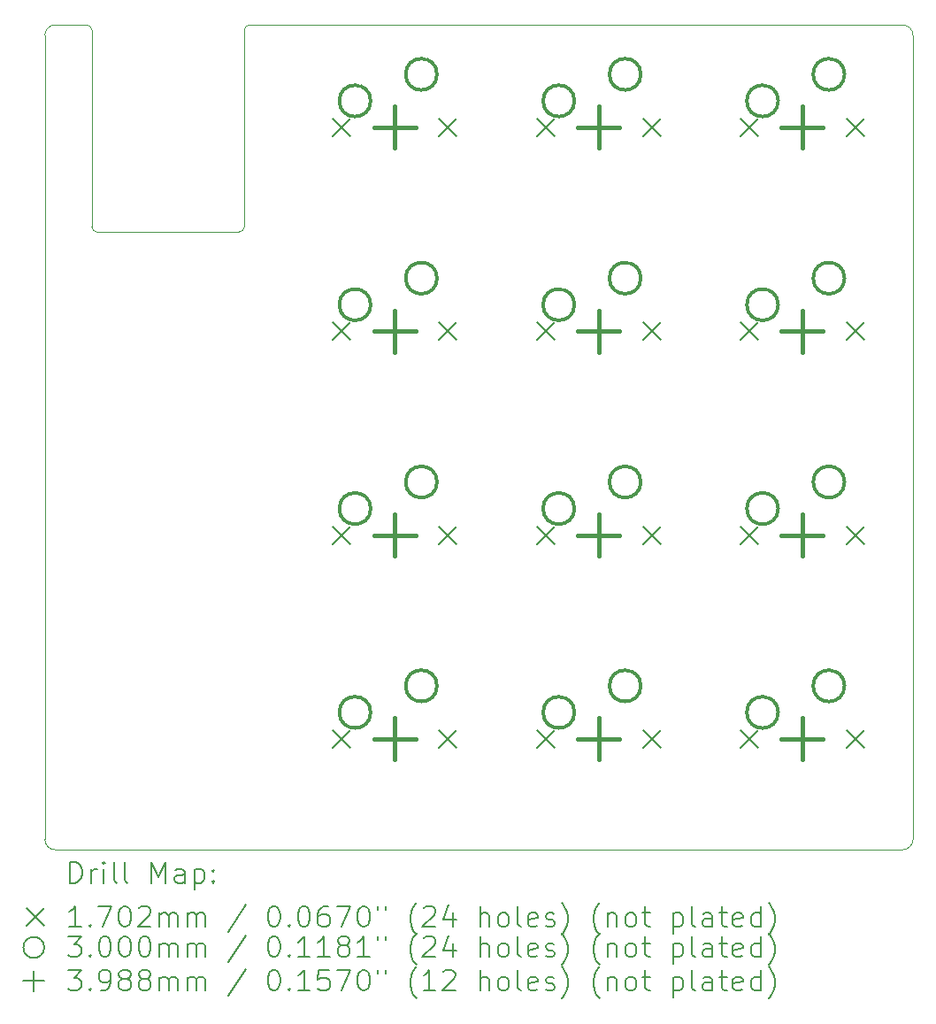
<source format=gbr>
%TF.GenerationSoftware,KiCad,Pcbnew,7.0.1-0*%
%TF.CreationDate,2023-12-29T19:29:52+00:00*%
%TF.ProjectId,3x4-macropad,3378342d-6d61-4637-926f-7061642e6b69,rev?*%
%TF.SameCoordinates,Original*%
%TF.FileFunction,Drillmap*%
%TF.FilePolarity,Positive*%
%FSLAX45Y45*%
G04 Gerber Fmt 4.5, Leading zero omitted, Abs format (unit mm)*
G04 Created by KiCad (PCBNEW 7.0.1-0) date 2023-12-29 19:29:52*
%MOMM*%
%LPD*%
G01*
G04 APERTURE LIST*
%ADD10C,0.100000*%
%ADD11C,0.200000*%
%ADD12C,0.170180*%
%ADD13C,0.300000*%
%ADD14C,0.398780*%
G04 APERTURE END LIST*
D10*
X13200000Y-3170000D02*
G75*
G03*
X13150000Y-3120000I-50000J0D01*
G01*
X20960000Y-11010000D02*
G75*
G03*
X21060000Y-10910000I0J100000D01*
G01*
X12750000Y-10910000D02*
G75*
G03*
X12850000Y-11010000I100000J0D01*
G01*
X13200000Y-5050000D02*
G75*
G03*
X13250000Y-5100000I50000J0D01*
G01*
X21060000Y-10910000D02*
X21060000Y-3220000D01*
X14610000Y-5100000D02*
G75*
G03*
X14660000Y-5050000I0J50000D01*
G01*
X20960000Y-11010000D02*
X12850000Y-11010000D01*
X12750000Y-3220000D02*
X12750000Y-10910000D01*
X12850000Y-3120000D02*
X13150000Y-3120000D01*
X14660000Y-4680000D02*
X14660000Y-5050000D01*
X13200000Y-3170000D02*
X13200000Y-4680000D01*
X20960000Y-3120000D02*
X14710000Y-3120000D01*
X12850000Y-3120000D02*
G75*
G03*
X12750000Y-3220000I0J-100000D01*
G01*
X13200000Y-4680000D02*
X13200000Y-5050000D01*
X14710000Y-3120000D02*
G75*
G03*
X14660000Y-3170000I0J-50000D01*
G01*
X21060000Y-3220000D02*
G75*
G03*
X20960000Y-3120000I-100000J0D01*
G01*
X14660000Y-4680000D02*
X14660000Y-3170000D01*
X13250000Y-5100000D02*
X14610000Y-5100000D01*
D11*
D12*
X15506910Y-4014910D02*
X15677090Y-4185090D01*
X15677090Y-4014910D02*
X15506910Y-4185090D01*
X15506910Y-5964910D02*
X15677090Y-6135090D01*
X15677090Y-5964910D02*
X15506910Y-6135090D01*
X15506910Y-7914910D02*
X15677090Y-8085090D01*
X15677090Y-7914910D02*
X15506910Y-8085090D01*
X15506910Y-9864910D02*
X15677090Y-10035090D01*
X15677090Y-9864910D02*
X15506910Y-10035090D01*
X16522910Y-4014910D02*
X16693090Y-4185090D01*
X16693090Y-4014910D02*
X16522910Y-4185090D01*
X16522910Y-5964910D02*
X16693090Y-6135090D01*
X16693090Y-5964910D02*
X16522910Y-6135090D01*
X16522910Y-7914910D02*
X16693090Y-8085090D01*
X16693090Y-7914910D02*
X16522910Y-8085090D01*
X16522910Y-9864910D02*
X16693090Y-10035090D01*
X16693090Y-9864910D02*
X16522910Y-10035090D01*
X17456910Y-4014910D02*
X17627090Y-4185090D01*
X17627090Y-4014910D02*
X17456910Y-4185090D01*
X17456910Y-5964910D02*
X17627090Y-6135090D01*
X17627090Y-5964910D02*
X17456910Y-6135090D01*
X17456910Y-7914910D02*
X17627090Y-8085090D01*
X17627090Y-7914910D02*
X17456910Y-8085090D01*
X17456910Y-9864910D02*
X17627090Y-10035090D01*
X17627090Y-9864910D02*
X17456910Y-10035090D01*
X18472910Y-4014910D02*
X18643090Y-4185090D01*
X18643090Y-4014910D02*
X18472910Y-4185090D01*
X18472910Y-5964910D02*
X18643090Y-6135090D01*
X18643090Y-5964910D02*
X18472910Y-6135090D01*
X18472910Y-7914910D02*
X18643090Y-8085090D01*
X18643090Y-7914910D02*
X18472910Y-8085090D01*
X18472910Y-9864910D02*
X18643090Y-10035090D01*
X18643090Y-9864910D02*
X18472910Y-10035090D01*
X19406910Y-4014910D02*
X19577090Y-4185090D01*
X19577090Y-4014910D02*
X19406910Y-4185090D01*
X19406910Y-5964910D02*
X19577090Y-6135090D01*
X19577090Y-5964910D02*
X19406910Y-6135090D01*
X19406910Y-7914910D02*
X19577090Y-8085090D01*
X19577090Y-7914910D02*
X19406910Y-8085090D01*
X19406910Y-9864910D02*
X19577090Y-10035090D01*
X19577090Y-9864910D02*
X19406910Y-10035090D01*
X20422910Y-4014910D02*
X20593090Y-4185090D01*
X20593090Y-4014910D02*
X20422910Y-4185090D01*
X20422910Y-5964910D02*
X20593090Y-6135090D01*
X20593090Y-5964910D02*
X20422910Y-6135090D01*
X20422910Y-7914910D02*
X20593090Y-8085090D01*
X20593090Y-7914910D02*
X20422910Y-8085090D01*
X20422910Y-9864910D02*
X20593090Y-10035090D01*
X20593090Y-9864910D02*
X20422910Y-10035090D01*
D13*
X15869000Y-3846000D02*
G75*
G03*
X15869000Y-3846000I-150000J0D01*
G01*
X15869000Y-5796000D02*
G75*
G03*
X15869000Y-5796000I-150000J0D01*
G01*
X15869000Y-7746000D02*
G75*
G03*
X15869000Y-7746000I-150000J0D01*
G01*
X15869000Y-9696000D02*
G75*
G03*
X15869000Y-9696000I-150000J0D01*
G01*
X16504000Y-3592000D02*
G75*
G03*
X16504000Y-3592000I-150000J0D01*
G01*
X16504000Y-5542000D02*
G75*
G03*
X16504000Y-5542000I-150000J0D01*
G01*
X16504000Y-7492000D02*
G75*
G03*
X16504000Y-7492000I-150000J0D01*
G01*
X16504000Y-9442000D02*
G75*
G03*
X16504000Y-9442000I-150000J0D01*
G01*
X17819000Y-3846000D02*
G75*
G03*
X17819000Y-3846000I-150000J0D01*
G01*
X17819000Y-5796000D02*
G75*
G03*
X17819000Y-5796000I-150000J0D01*
G01*
X17819000Y-7746000D02*
G75*
G03*
X17819000Y-7746000I-150000J0D01*
G01*
X17819000Y-9696000D02*
G75*
G03*
X17819000Y-9696000I-150000J0D01*
G01*
X18454000Y-3592000D02*
G75*
G03*
X18454000Y-3592000I-150000J0D01*
G01*
X18454000Y-5542000D02*
G75*
G03*
X18454000Y-5542000I-150000J0D01*
G01*
X18454000Y-7492000D02*
G75*
G03*
X18454000Y-7492000I-150000J0D01*
G01*
X18454000Y-9442000D02*
G75*
G03*
X18454000Y-9442000I-150000J0D01*
G01*
X19769000Y-3846000D02*
G75*
G03*
X19769000Y-3846000I-150000J0D01*
G01*
X19769000Y-5796000D02*
G75*
G03*
X19769000Y-5796000I-150000J0D01*
G01*
X19769000Y-7746000D02*
G75*
G03*
X19769000Y-7746000I-150000J0D01*
G01*
X19769000Y-9696000D02*
G75*
G03*
X19769000Y-9696000I-150000J0D01*
G01*
X20404000Y-3592000D02*
G75*
G03*
X20404000Y-3592000I-150000J0D01*
G01*
X20404000Y-5542000D02*
G75*
G03*
X20404000Y-5542000I-150000J0D01*
G01*
X20404000Y-7492000D02*
G75*
G03*
X20404000Y-7492000I-150000J0D01*
G01*
X20404000Y-9442000D02*
G75*
G03*
X20404000Y-9442000I-150000J0D01*
G01*
D14*
X16100000Y-3900610D02*
X16100000Y-4299390D01*
X15900610Y-4100000D02*
X16299390Y-4100000D01*
X16100000Y-5850610D02*
X16100000Y-6249390D01*
X15900610Y-6050000D02*
X16299390Y-6050000D01*
X16100000Y-7800610D02*
X16100000Y-8199390D01*
X15900610Y-8000000D02*
X16299390Y-8000000D01*
X16100000Y-9750610D02*
X16100000Y-10149390D01*
X15900610Y-9950000D02*
X16299390Y-9950000D01*
X18050000Y-3900610D02*
X18050000Y-4299390D01*
X17850610Y-4100000D02*
X18249390Y-4100000D01*
X18050000Y-5850610D02*
X18050000Y-6249390D01*
X17850610Y-6050000D02*
X18249390Y-6050000D01*
X18050000Y-7800610D02*
X18050000Y-8199390D01*
X17850610Y-8000000D02*
X18249390Y-8000000D01*
X18050000Y-9750610D02*
X18050000Y-10149390D01*
X17850610Y-9950000D02*
X18249390Y-9950000D01*
X20000000Y-3900610D02*
X20000000Y-4299390D01*
X19800610Y-4100000D02*
X20199390Y-4100000D01*
X20000000Y-5850610D02*
X20000000Y-6249390D01*
X19800610Y-6050000D02*
X20199390Y-6050000D01*
X20000000Y-7800610D02*
X20000000Y-8199390D01*
X19800610Y-8000000D02*
X20199390Y-8000000D01*
X20000000Y-9750610D02*
X20000000Y-10149390D01*
X19800610Y-9950000D02*
X20199390Y-9950000D01*
D11*
X12992619Y-11327524D02*
X12992619Y-11127524D01*
X12992619Y-11127524D02*
X13040238Y-11127524D01*
X13040238Y-11127524D02*
X13068809Y-11137048D01*
X13068809Y-11137048D02*
X13087857Y-11156095D01*
X13087857Y-11156095D02*
X13097381Y-11175143D01*
X13097381Y-11175143D02*
X13106905Y-11213238D01*
X13106905Y-11213238D02*
X13106905Y-11241809D01*
X13106905Y-11241809D02*
X13097381Y-11279905D01*
X13097381Y-11279905D02*
X13087857Y-11298952D01*
X13087857Y-11298952D02*
X13068809Y-11318000D01*
X13068809Y-11318000D02*
X13040238Y-11327524D01*
X13040238Y-11327524D02*
X12992619Y-11327524D01*
X13192619Y-11327524D02*
X13192619Y-11194190D01*
X13192619Y-11232286D02*
X13202143Y-11213238D01*
X13202143Y-11213238D02*
X13211667Y-11203714D01*
X13211667Y-11203714D02*
X13230714Y-11194190D01*
X13230714Y-11194190D02*
X13249762Y-11194190D01*
X13316428Y-11327524D02*
X13316428Y-11194190D01*
X13316428Y-11127524D02*
X13306905Y-11137048D01*
X13306905Y-11137048D02*
X13316428Y-11146571D01*
X13316428Y-11146571D02*
X13325952Y-11137048D01*
X13325952Y-11137048D02*
X13316428Y-11127524D01*
X13316428Y-11127524D02*
X13316428Y-11146571D01*
X13440238Y-11327524D02*
X13421190Y-11318000D01*
X13421190Y-11318000D02*
X13411667Y-11298952D01*
X13411667Y-11298952D02*
X13411667Y-11127524D01*
X13545000Y-11327524D02*
X13525952Y-11318000D01*
X13525952Y-11318000D02*
X13516428Y-11298952D01*
X13516428Y-11298952D02*
X13516428Y-11127524D01*
X13773571Y-11327524D02*
X13773571Y-11127524D01*
X13773571Y-11127524D02*
X13840238Y-11270381D01*
X13840238Y-11270381D02*
X13906905Y-11127524D01*
X13906905Y-11127524D02*
X13906905Y-11327524D01*
X14087857Y-11327524D02*
X14087857Y-11222762D01*
X14087857Y-11222762D02*
X14078333Y-11203714D01*
X14078333Y-11203714D02*
X14059286Y-11194190D01*
X14059286Y-11194190D02*
X14021190Y-11194190D01*
X14021190Y-11194190D02*
X14002143Y-11203714D01*
X14087857Y-11318000D02*
X14068809Y-11327524D01*
X14068809Y-11327524D02*
X14021190Y-11327524D01*
X14021190Y-11327524D02*
X14002143Y-11318000D01*
X14002143Y-11318000D02*
X13992619Y-11298952D01*
X13992619Y-11298952D02*
X13992619Y-11279905D01*
X13992619Y-11279905D02*
X14002143Y-11260857D01*
X14002143Y-11260857D02*
X14021190Y-11251333D01*
X14021190Y-11251333D02*
X14068809Y-11251333D01*
X14068809Y-11251333D02*
X14087857Y-11241809D01*
X14183095Y-11194190D02*
X14183095Y-11394190D01*
X14183095Y-11203714D02*
X14202143Y-11194190D01*
X14202143Y-11194190D02*
X14240238Y-11194190D01*
X14240238Y-11194190D02*
X14259286Y-11203714D01*
X14259286Y-11203714D02*
X14268809Y-11213238D01*
X14268809Y-11213238D02*
X14278333Y-11232286D01*
X14278333Y-11232286D02*
X14278333Y-11289428D01*
X14278333Y-11289428D02*
X14268809Y-11308476D01*
X14268809Y-11308476D02*
X14259286Y-11318000D01*
X14259286Y-11318000D02*
X14240238Y-11327524D01*
X14240238Y-11327524D02*
X14202143Y-11327524D01*
X14202143Y-11327524D02*
X14183095Y-11318000D01*
X14364048Y-11308476D02*
X14373571Y-11318000D01*
X14373571Y-11318000D02*
X14364048Y-11327524D01*
X14364048Y-11327524D02*
X14354524Y-11318000D01*
X14354524Y-11318000D02*
X14364048Y-11308476D01*
X14364048Y-11308476D02*
X14364048Y-11327524D01*
X14364048Y-11203714D02*
X14373571Y-11213238D01*
X14373571Y-11213238D02*
X14364048Y-11222762D01*
X14364048Y-11222762D02*
X14354524Y-11213238D01*
X14354524Y-11213238D02*
X14364048Y-11203714D01*
X14364048Y-11203714D02*
X14364048Y-11222762D01*
D12*
X12574820Y-11569910D02*
X12745000Y-11740090D01*
X12745000Y-11569910D02*
X12574820Y-11740090D01*
D11*
X13097381Y-11747524D02*
X12983095Y-11747524D01*
X13040238Y-11747524D02*
X13040238Y-11547524D01*
X13040238Y-11547524D02*
X13021190Y-11576095D01*
X13021190Y-11576095D02*
X13002143Y-11595143D01*
X13002143Y-11595143D02*
X12983095Y-11604667D01*
X13183095Y-11728476D02*
X13192619Y-11738000D01*
X13192619Y-11738000D02*
X13183095Y-11747524D01*
X13183095Y-11747524D02*
X13173571Y-11738000D01*
X13173571Y-11738000D02*
X13183095Y-11728476D01*
X13183095Y-11728476D02*
X13183095Y-11747524D01*
X13259286Y-11547524D02*
X13392619Y-11547524D01*
X13392619Y-11547524D02*
X13306905Y-11747524D01*
X13506905Y-11547524D02*
X13525952Y-11547524D01*
X13525952Y-11547524D02*
X13545000Y-11557048D01*
X13545000Y-11557048D02*
X13554524Y-11566571D01*
X13554524Y-11566571D02*
X13564048Y-11585619D01*
X13564048Y-11585619D02*
X13573571Y-11623714D01*
X13573571Y-11623714D02*
X13573571Y-11671333D01*
X13573571Y-11671333D02*
X13564048Y-11709428D01*
X13564048Y-11709428D02*
X13554524Y-11728476D01*
X13554524Y-11728476D02*
X13545000Y-11738000D01*
X13545000Y-11738000D02*
X13525952Y-11747524D01*
X13525952Y-11747524D02*
X13506905Y-11747524D01*
X13506905Y-11747524D02*
X13487857Y-11738000D01*
X13487857Y-11738000D02*
X13478333Y-11728476D01*
X13478333Y-11728476D02*
X13468809Y-11709428D01*
X13468809Y-11709428D02*
X13459286Y-11671333D01*
X13459286Y-11671333D02*
X13459286Y-11623714D01*
X13459286Y-11623714D02*
X13468809Y-11585619D01*
X13468809Y-11585619D02*
X13478333Y-11566571D01*
X13478333Y-11566571D02*
X13487857Y-11557048D01*
X13487857Y-11557048D02*
X13506905Y-11547524D01*
X13649762Y-11566571D02*
X13659286Y-11557048D01*
X13659286Y-11557048D02*
X13678333Y-11547524D01*
X13678333Y-11547524D02*
X13725952Y-11547524D01*
X13725952Y-11547524D02*
X13745000Y-11557048D01*
X13745000Y-11557048D02*
X13754524Y-11566571D01*
X13754524Y-11566571D02*
X13764048Y-11585619D01*
X13764048Y-11585619D02*
X13764048Y-11604667D01*
X13764048Y-11604667D02*
X13754524Y-11633238D01*
X13754524Y-11633238D02*
X13640238Y-11747524D01*
X13640238Y-11747524D02*
X13764048Y-11747524D01*
X13849762Y-11747524D02*
X13849762Y-11614190D01*
X13849762Y-11633238D02*
X13859286Y-11623714D01*
X13859286Y-11623714D02*
X13878333Y-11614190D01*
X13878333Y-11614190D02*
X13906905Y-11614190D01*
X13906905Y-11614190D02*
X13925952Y-11623714D01*
X13925952Y-11623714D02*
X13935476Y-11642762D01*
X13935476Y-11642762D02*
X13935476Y-11747524D01*
X13935476Y-11642762D02*
X13945000Y-11623714D01*
X13945000Y-11623714D02*
X13964048Y-11614190D01*
X13964048Y-11614190D02*
X13992619Y-11614190D01*
X13992619Y-11614190D02*
X14011667Y-11623714D01*
X14011667Y-11623714D02*
X14021190Y-11642762D01*
X14021190Y-11642762D02*
X14021190Y-11747524D01*
X14116429Y-11747524D02*
X14116429Y-11614190D01*
X14116429Y-11633238D02*
X14125952Y-11623714D01*
X14125952Y-11623714D02*
X14145000Y-11614190D01*
X14145000Y-11614190D02*
X14173571Y-11614190D01*
X14173571Y-11614190D02*
X14192619Y-11623714D01*
X14192619Y-11623714D02*
X14202143Y-11642762D01*
X14202143Y-11642762D02*
X14202143Y-11747524D01*
X14202143Y-11642762D02*
X14211667Y-11623714D01*
X14211667Y-11623714D02*
X14230714Y-11614190D01*
X14230714Y-11614190D02*
X14259286Y-11614190D01*
X14259286Y-11614190D02*
X14278333Y-11623714D01*
X14278333Y-11623714D02*
X14287857Y-11642762D01*
X14287857Y-11642762D02*
X14287857Y-11747524D01*
X14678333Y-11538000D02*
X14506905Y-11795143D01*
X14935476Y-11547524D02*
X14954524Y-11547524D01*
X14954524Y-11547524D02*
X14973572Y-11557048D01*
X14973572Y-11557048D02*
X14983095Y-11566571D01*
X14983095Y-11566571D02*
X14992619Y-11585619D01*
X14992619Y-11585619D02*
X15002143Y-11623714D01*
X15002143Y-11623714D02*
X15002143Y-11671333D01*
X15002143Y-11671333D02*
X14992619Y-11709428D01*
X14992619Y-11709428D02*
X14983095Y-11728476D01*
X14983095Y-11728476D02*
X14973572Y-11738000D01*
X14973572Y-11738000D02*
X14954524Y-11747524D01*
X14954524Y-11747524D02*
X14935476Y-11747524D01*
X14935476Y-11747524D02*
X14916429Y-11738000D01*
X14916429Y-11738000D02*
X14906905Y-11728476D01*
X14906905Y-11728476D02*
X14897381Y-11709428D01*
X14897381Y-11709428D02*
X14887857Y-11671333D01*
X14887857Y-11671333D02*
X14887857Y-11623714D01*
X14887857Y-11623714D02*
X14897381Y-11585619D01*
X14897381Y-11585619D02*
X14906905Y-11566571D01*
X14906905Y-11566571D02*
X14916429Y-11557048D01*
X14916429Y-11557048D02*
X14935476Y-11547524D01*
X15087857Y-11728476D02*
X15097381Y-11738000D01*
X15097381Y-11738000D02*
X15087857Y-11747524D01*
X15087857Y-11747524D02*
X15078333Y-11738000D01*
X15078333Y-11738000D02*
X15087857Y-11728476D01*
X15087857Y-11728476D02*
X15087857Y-11747524D01*
X15221191Y-11547524D02*
X15240238Y-11547524D01*
X15240238Y-11547524D02*
X15259286Y-11557048D01*
X15259286Y-11557048D02*
X15268810Y-11566571D01*
X15268810Y-11566571D02*
X15278333Y-11585619D01*
X15278333Y-11585619D02*
X15287857Y-11623714D01*
X15287857Y-11623714D02*
X15287857Y-11671333D01*
X15287857Y-11671333D02*
X15278333Y-11709428D01*
X15278333Y-11709428D02*
X15268810Y-11728476D01*
X15268810Y-11728476D02*
X15259286Y-11738000D01*
X15259286Y-11738000D02*
X15240238Y-11747524D01*
X15240238Y-11747524D02*
X15221191Y-11747524D01*
X15221191Y-11747524D02*
X15202143Y-11738000D01*
X15202143Y-11738000D02*
X15192619Y-11728476D01*
X15192619Y-11728476D02*
X15183095Y-11709428D01*
X15183095Y-11709428D02*
X15173572Y-11671333D01*
X15173572Y-11671333D02*
X15173572Y-11623714D01*
X15173572Y-11623714D02*
X15183095Y-11585619D01*
X15183095Y-11585619D02*
X15192619Y-11566571D01*
X15192619Y-11566571D02*
X15202143Y-11557048D01*
X15202143Y-11557048D02*
X15221191Y-11547524D01*
X15459286Y-11547524D02*
X15421191Y-11547524D01*
X15421191Y-11547524D02*
X15402143Y-11557048D01*
X15402143Y-11557048D02*
X15392619Y-11566571D01*
X15392619Y-11566571D02*
X15373572Y-11595143D01*
X15373572Y-11595143D02*
X15364048Y-11633238D01*
X15364048Y-11633238D02*
X15364048Y-11709428D01*
X15364048Y-11709428D02*
X15373572Y-11728476D01*
X15373572Y-11728476D02*
X15383095Y-11738000D01*
X15383095Y-11738000D02*
X15402143Y-11747524D01*
X15402143Y-11747524D02*
X15440238Y-11747524D01*
X15440238Y-11747524D02*
X15459286Y-11738000D01*
X15459286Y-11738000D02*
X15468810Y-11728476D01*
X15468810Y-11728476D02*
X15478333Y-11709428D01*
X15478333Y-11709428D02*
X15478333Y-11661809D01*
X15478333Y-11661809D02*
X15468810Y-11642762D01*
X15468810Y-11642762D02*
X15459286Y-11633238D01*
X15459286Y-11633238D02*
X15440238Y-11623714D01*
X15440238Y-11623714D02*
X15402143Y-11623714D01*
X15402143Y-11623714D02*
X15383095Y-11633238D01*
X15383095Y-11633238D02*
X15373572Y-11642762D01*
X15373572Y-11642762D02*
X15364048Y-11661809D01*
X15545000Y-11547524D02*
X15678333Y-11547524D01*
X15678333Y-11547524D02*
X15592619Y-11747524D01*
X15792619Y-11547524D02*
X15811667Y-11547524D01*
X15811667Y-11547524D02*
X15830714Y-11557048D01*
X15830714Y-11557048D02*
X15840238Y-11566571D01*
X15840238Y-11566571D02*
X15849762Y-11585619D01*
X15849762Y-11585619D02*
X15859286Y-11623714D01*
X15859286Y-11623714D02*
X15859286Y-11671333D01*
X15859286Y-11671333D02*
X15849762Y-11709428D01*
X15849762Y-11709428D02*
X15840238Y-11728476D01*
X15840238Y-11728476D02*
X15830714Y-11738000D01*
X15830714Y-11738000D02*
X15811667Y-11747524D01*
X15811667Y-11747524D02*
X15792619Y-11747524D01*
X15792619Y-11747524D02*
X15773572Y-11738000D01*
X15773572Y-11738000D02*
X15764048Y-11728476D01*
X15764048Y-11728476D02*
X15754524Y-11709428D01*
X15754524Y-11709428D02*
X15745000Y-11671333D01*
X15745000Y-11671333D02*
X15745000Y-11623714D01*
X15745000Y-11623714D02*
X15754524Y-11585619D01*
X15754524Y-11585619D02*
X15764048Y-11566571D01*
X15764048Y-11566571D02*
X15773572Y-11557048D01*
X15773572Y-11557048D02*
X15792619Y-11547524D01*
X15935476Y-11547524D02*
X15935476Y-11585619D01*
X16011667Y-11547524D02*
X16011667Y-11585619D01*
X16306905Y-11823714D02*
X16297381Y-11814190D01*
X16297381Y-11814190D02*
X16278334Y-11785619D01*
X16278334Y-11785619D02*
X16268810Y-11766571D01*
X16268810Y-11766571D02*
X16259286Y-11738000D01*
X16259286Y-11738000D02*
X16249762Y-11690381D01*
X16249762Y-11690381D02*
X16249762Y-11652286D01*
X16249762Y-11652286D02*
X16259286Y-11604667D01*
X16259286Y-11604667D02*
X16268810Y-11576095D01*
X16268810Y-11576095D02*
X16278334Y-11557048D01*
X16278334Y-11557048D02*
X16297381Y-11528476D01*
X16297381Y-11528476D02*
X16306905Y-11518952D01*
X16373572Y-11566571D02*
X16383095Y-11557048D01*
X16383095Y-11557048D02*
X16402143Y-11547524D01*
X16402143Y-11547524D02*
X16449762Y-11547524D01*
X16449762Y-11547524D02*
X16468810Y-11557048D01*
X16468810Y-11557048D02*
X16478334Y-11566571D01*
X16478334Y-11566571D02*
X16487857Y-11585619D01*
X16487857Y-11585619D02*
X16487857Y-11604667D01*
X16487857Y-11604667D02*
X16478334Y-11633238D01*
X16478334Y-11633238D02*
X16364048Y-11747524D01*
X16364048Y-11747524D02*
X16487857Y-11747524D01*
X16659286Y-11614190D02*
X16659286Y-11747524D01*
X16611667Y-11538000D02*
X16564048Y-11680857D01*
X16564048Y-11680857D02*
X16687857Y-11680857D01*
X16916429Y-11747524D02*
X16916429Y-11547524D01*
X17002143Y-11747524D02*
X17002143Y-11642762D01*
X17002143Y-11642762D02*
X16992619Y-11623714D01*
X16992619Y-11623714D02*
X16973572Y-11614190D01*
X16973572Y-11614190D02*
X16945000Y-11614190D01*
X16945000Y-11614190D02*
X16925953Y-11623714D01*
X16925953Y-11623714D02*
X16916429Y-11633238D01*
X17125953Y-11747524D02*
X17106905Y-11738000D01*
X17106905Y-11738000D02*
X17097381Y-11728476D01*
X17097381Y-11728476D02*
X17087858Y-11709428D01*
X17087858Y-11709428D02*
X17087858Y-11652286D01*
X17087858Y-11652286D02*
X17097381Y-11633238D01*
X17097381Y-11633238D02*
X17106905Y-11623714D01*
X17106905Y-11623714D02*
X17125953Y-11614190D01*
X17125953Y-11614190D02*
X17154524Y-11614190D01*
X17154524Y-11614190D02*
X17173572Y-11623714D01*
X17173572Y-11623714D02*
X17183096Y-11633238D01*
X17183096Y-11633238D02*
X17192619Y-11652286D01*
X17192619Y-11652286D02*
X17192619Y-11709428D01*
X17192619Y-11709428D02*
X17183096Y-11728476D01*
X17183096Y-11728476D02*
X17173572Y-11738000D01*
X17173572Y-11738000D02*
X17154524Y-11747524D01*
X17154524Y-11747524D02*
X17125953Y-11747524D01*
X17306905Y-11747524D02*
X17287858Y-11738000D01*
X17287858Y-11738000D02*
X17278334Y-11718952D01*
X17278334Y-11718952D02*
X17278334Y-11547524D01*
X17459286Y-11738000D02*
X17440239Y-11747524D01*
X17440239Y-11747524D02*
X17402143Y-11747524D01*
X17402143Y-11747524D02*
X17383096Y-11738000D01*
X17383096Y-11738000D02*
X17373572Y-11718952D01*
X17373572Y-11718952D02*
X17373572Y-11642762D01*
X17373572Y-11642762D02*
X17383096Y-11623714D01*
X17383096Y-11623714D02*
X17402143Y-11614190D01*
X17402143Y-11614190D02*
X17440239Y-11614190D01*
X17440239Y-11614190D02*
X17459286Y-11623714D01*
X17459286Y-11623714D02*
X17468810Y-11642762D01*
X17468810Y-11642762D02*
X17468810Y-11661809D01*
X17468810Y-11661809D02*
X17373572Y-11680857D01*
X17545000Y-11738000D02*
X17564048Y-11747524D01*
X17564048Y-11747524D02*
X17602143Y-11747524D01*
X17602143Y-11747524D02*
X17621191Y-11738000D01*
X17621191Y-11738000D02*
X17630715Y-11718952D01*
X17630715Y-11718952D02*
X17630715Y-11709428D01*
X17630715Y-11709428D02*
X17621191Y-11690381D01*
X17621191Y-11690381D02*
X17602143Y-11680857D01*
X17602143Y-11680857D02*
X17573572Y-11680857D01*
X17573572Y-11680857D02*
X17554524Y-11671333D01*
X17554524Y-11671333D02*
X17545000Y-11652286D01*
X17545000Y-11652286D02*
X17545000Y-11642762D01*
X17545000Y-11642762D02*
X17554524Y-11623714D01*
X17554524Y-11623714D02*
X17573572Y-11614190D01*
X17573572Y-11614190D02*
X17602143Y-11614190D01*
X17602143Y-11614190D02*
X17621191Y-11623714D01*
X17697381Y-11823714D02*
X17706905Y-11814190D01*
X17706905Y-11814190D02*
X17725953Y-11785619D01*
X17725953Y-11785619D02*
X17735477Y-11766571D01*
X17735477Y-11766571D02*
X17745000Y-11738000D01*
X17745000Y-11738000D02*
X17754524Y-11690381D01*
X17754524Y-11690381D02*
X17754524Y-11652286D01*
X17754524Y-11652286D02*
X17745000Y-11604667D01*
X17745000Y-11604667D02*
X17735477Y-11576095D01*
X17735477Y-11576095D02*
X17725953Y-11557048D01*
X17725953Y-11557048D02*
X17706905Y-11528476D01*
X17706905Y-11528476D02*
X17697381Y-11518952D01*
X18059286Y-11823714D02*
X18049762Y-11814190D01*
X18049762Y-11814190D02*
X18030715Y-11785619D01*
X18030715Y-11785619D02*
X18021191Y-11766571D01*
X18021191Y-11766571D02*
X18011667Y-11738000D01*
X18011667Y-11738000D02*
X18002143Y-11690381D01*
X18002143Y-11690381D02*
X18002143Y-11652286D01*
X18002143Y-11652286D02*
X18011667Y-11604667D01*
X18011667Y-11604667D02*
X18021191Y-11576095D01*
X18021191Y-11576095D02*
X18030715Y-11557048D01*
X18030715Y-11557048D02*
X18049762Y-11528476D01*
X18049762Y-11528476D02*
X18059286Y-11518952D01*
X18135477Y-11614190D02*
X18135477Y-11747524D01*
X18135477Y-11633238D02*
X18145000Y-11623714D01*
X18145000Y-11623714D02*
X18164048Y-11614190D01*
X18164048Y-11614190D02*
X18192620Y-11614190D01*
X18192620Y-11614190D02*
X18211667Y-11623714D01*
X18211667Y-11623714D02*
X18221191Y-11642762D01*
X18221191Y-11642762D02*
X18221191Y-11747524D01*
X18345000Y-11747524D02*
X18325953Y-11738000D01*
X18325953Y-11738000D02*
X18316429Y-11728476D01*
X18316429Y-11728476D02*
X18306905Y-11709428D01*
X18306905Y-11709428D02*
X18306905Y-11652286D01*
X18306905Y-11652286D02*
X18316429Y-11633238D01*
X18316429Y-11633238D02*
X18325953Y-11623714D01*
X18325953Y-11623714D02*
X18345000Y-11614190D01*
X18345000Y-11614190D02*
X18373572Y-11614190D01*
X18373572Y-11614190D02*
X18392620Y-11623714D01*
X18392620Y-11623714D02*
X18402143Y-11633238D01*
X18402143Y-11633238D02*
X18411667Y-11652286D01*
X18411667Y-11652286D02*
X18411667Y-11709428D01*
X18411667Y-11709428D02*
X18402143Y-11728476D01*
X18402143Y-11728476D02*
X18392620Y-11738000D01*
X18392620Y-11738000D02*
X18373572Y-11747524D01*
X18373572Y-11747524D02*
X18345000Y-11747524D01*
X18468810Y-11614190D02*
X18545000Y-11614190D01*
X18497381Y-11547524D02*
X18497381Y-11718952D01*
X18497381Y-11718952D02*
X18506905Y-11738000D01*
X18506905Y-11738000D02*
X18525953Y-11747524D01*
X18525953Y-11747524D02*
X18545000Y-11747524D01*
X18764048Y-11614190D02*
X18764048Y-11814190D01*
X18764048Y-11623714D02*
X18783096Y-11614190D01*
X18783096Y-11614190D02*
X18821191Y-11614190D01*
X18821191Y-11614190D02*
X18840239Y-11623714D01*
X18840239Y-11623714D02*
X18849762Y-11633238D01*
X18849762Y-11633238D02*
X18859286Y-11652286D01*
X18859286Y-11652286D02*
X18859286Y-11709428D01*
X18859286Y-11709428D02*
X18849762Y-11728476D01*
X18849762Y-11728476D02*
X18840239Y-11738000D01*
X18840239Y-11738000D02*
X18821191Y-11747524D01*
X18821191Y-11747524D02*
X18783096Y-11747524D01*
X18783096Y-11747524D02*
X18764048Y-11738000D01*
X18973572Y-11747524D02*
X18954524Y-11738000D01*
X18954524Y-11738000D02*
X18945001Y-11718952D01*
X18945001Y-11718952D02*
X18945001Y-11547524D01*
X19135477Y-11747524D02*
X19135477Y-11642762D01*
X19135477Y-11642762D02*
X19125953Y-11623714D01*
X19125953Y-11623714D02*
X19106905Y-11614190D01*
X19106905Y-11614190D02*
X19068810Y-11614190D01*
X19068810Y-11614190D02*
X19049762Y-11623714D01*
X19135477Y-11738000D02*
X19116429Y-11747524D01*
X19116429Y-11747524D02*
X19068810Y-11747524D01*
X19068810Y-11747524D02*
X19049762Y-11738000D01*
X19049762Y-11738000D02*
X19040239Y-11718952D01*
X19040239Y-11718952D02*
X19040239Y-11699905D01*
X19040239Y-11699905D02*
X19049762Y-11680857D01*
X19049762Y-11680857D02*
X19068810Y-11671333D01*
X19068810Y-11671333D02*
X19116429Y-11671333D01*
X19116429Y-11671333D02*
X19135477Y-11661809D01*
X19202143Y-11614190D02*
X19278334Y-11614190D01*
X19230715Y-11547524D02*
X19230715Y-11718952D01*
X19230715Y-11718952D02*
X19240239Y-11738000D01*
X19240239Y-11738000D02*
X19259286Y-11747524D01*
X19259286Y-11747524D02*
X19278334Y-11747524D01*
X19421191Y-11738000D02*
X19402143Y-11747524D01*
X19402143Y-11747524D02*
X19364048Y-11747524D01*
X19364048Y-11747524D02*
X19345001Y-11738000D01*
X19345001Y-11738000D02*
X19335477Y-11718952D01*
X19335477Y-11718952D02*
X19335477Y-11642762D01*
X19335477Y-11642762D02*
X19345001Y-11623714D01*
X19345001Y-11623714D02*
X19364048Y-11614190D01*
X19364048Y-11614190D02*
X19402143Y-11614190D01*
X19402143Y-11614190D02*
X19421191Y-11623714D01*
X19421191Y-11623714D02*
X19430715Y-11642762D01*
X19430715Y-11642762D02*
X19430715Y-11661809D01*
X19430715Y-11661809D02*
X19335477Y-11680857D01*
X19602143Y-11747524D02*
X19602143Y-11547524D01*
X19602143Y-11738000D02*
X19583096Y-11747524D01*
X19583096Y-11747524D02*
X19545001Y-11747524D01*
X19545001Y-11747524D02*
X19525953Y-11738000D01*
X19525953Y-11738000D02*
X19516429Y-11728476D01*
X19516429Y-11728476D02*
X19506905Y-11709428D01*
X19506905Y-11709428D02*
X19506905Y-11652286D01*
X19506905Y-11652286D02*
X19516429Y-11633238D01*
X19516429Y-11633238D02*
X19525953Y-11623714D01*
X19525953Y-11623714D02*
X19545001Y-11614190D01*
X19545001Y-11614190D02*
X19583096Y-11614190D01*
X19583096Y-11614190D02*
X19602143Y-11623714D01*
X19678334Y-11823714D02*
X19687858Y-11814190D01*
X19687858Y-11814190D02*
X19706905Y-11785619D01*
X19706905Y-11785619D02*
X19716429Y-11766571D01*
X19716429Y-11766571D02*
X19725953Y-11738000D01*
X19725953Y-11738000D02*
X19735477Y-11690381D01*
X19735477Y-11690381D02*
X19735477Y-11652286D01*
X19735477Y-11652286D02*
X19725953Y-11604667D01*
X19725953Y-11604667D02*
X19716429Y-11576095D01*
X19716429Y-11576095D02*
X19706905Y-11557048D01*
X19706905Y-11557048D02*
X19687858Y-11528476D01*
X19687858Y-11528476D02*
X19678334Y-11518952D01*
X12745000Y-11945180D02*
G75*
G03*
X12745000Y-11945180I-100000J0D01*
G01*
X12973571Y-11837704D02*
X13097381Y-11837704D01*
X13097381Y-11837704D02*
X13030714Y-11913894D01*
X13030714Y-11913894D02*
X13059286Y-11913894D01*
X13059286Y-11913894D02*
X13078333Y-11923418D01*
X13078333Y-11923418D02*
X13087857Y-11932942D01*
X13087857Y-11932942D02*
X13097381Y-11951989D01*
X13097381Y-11951989D02*
X13097381Y-11999608D01*
X13097381Y-11999608D02*
X13087857Y-12018656D01*
X13087857Y-12018656D02*
X13078333Y-12028180D01*
X13078333Y-12028180D02*
X13059286Y-12037704D01*
X13059286Y-12037704D02*
X13002143Y-12037704D01*
X13002143Y-12037704D02*
X12983095Y-12028180D01*
X12983095Y-12028180D02*
X12973571Y-12018656D01*
X13183095Y-12018656D02*
X13192619Y-12028180D01*
X13192619Y-12028180D02*
X13183095Y-12037704D01*
X13183095Y-12037704D02*
X13173571Y-12028180D01*
X13173571Y-12028180D02*
X13183095Y-12018656D01*
X13183095Y-12018656D02*
X13183095Y-12037704D01*
X13316428Y-11837704D02*
X13335476Y-11837704D01*
X13335476Y-11837704D02*
X13354524Y-11847228D01*
X13354524Y-11847228D02*
X13364048Y-11856751D01*
X13364048Y-11856751D02*
X13373571Y-11875799D01*
X13373571Y-11875799D02*
X13383095Y-11913894D01*
X13383095Y-11913894D02*
X13383095Y-11961513D01*
X13383095Y-11961513D02*
X13373571Y-11999608D01*
X13373571Y-11999608D02*
X13364048Y-12018656D01*
X13364048Y-12018656D02*
X13354524Y-12028180D01*
X13354524Y-12028180D02*
X13335476Y-12037704D01*
X13335476Y-12037704D02*
X13316428Y-12037704D01*
X13316428Y-12037704D02*
X13297381Y-12028180D01*
X13297381Y-12028180D02*
X13287857Y-12018656D01*
X13287857Y-12018656D02*
X13278333Y-11999608D01*
X13278333Y-11999608D02*
X13268809Y-11961513D01*
X13268809Y-11961513D02*
X13268809Y-11913894D01*
X13268809Y-11913894D02*
X13278333Y-11875799D01*
X13278333Y-11875799D02*
X13287857Y-11856751D01*
X13287857Y-11856751D02*
X13297381Y-11847228D01*
X13297381Y-11847228D02*
X13316428Y-11837704D01*
X13506905Y-11837704D02*
X13525952Y-11837704D01*
X13525952Y-11837704D02*
X13545000Y-11847228D01*
X13545000Y-11847228D02*
X13554524Y-11856751D01*
X13554524Y-11856751D02*
X13564048Y-11875799D01*
X13564048Y-11875799D02*
X13573571Y-11913894D01*
X13573571Y-11913894D02*
X13573571Y-11961513D01*
X13573571Y-11961513D02*
X13564048Y-11999608D01*
X13564048Y-11999608D02*
X13554524Y-12018656D01*
X13554524Y-12018656D02*
X13545000Y-12028180D01*
X13545000Y-12028180D02*
X13525952Y-12037704D01*
X13525952Y-12037704D02*
X13506905Y-12037704D01*
X13506905Y-12037704D02*
X13487857Y-12028180D01*
X13487857Y-12028180D02*
X13478333Y-12018656D01*
X13478333Y-12018656D02*
X13468809Y-11999608D01*
X13468809Y-11999608D02*
X13459286Y-11961513D01*
X13459286Y-11961513D02*
X13459286Y-11913894D01*
X13459286Y-11913894D02*
X13468809Y-11875799D01*
X13468809Y-11875799D02*
X13478333Y-11856751D01*
X13478333Y-11856751D02*
X13487857Y-11847228D01*
X13487857Y-11847228D02*
X13506905Y-11837704D01*
X13697381Y-11837704D02*
X13716429Y-11837704D01*
X13716429Y-11837704D02*
X13735476Y-11847228D01*
X13735476Y-11847228D02*
X13745000Y-11856751D01*
X13745000Y-11856751D02*
X13754524Y-11875799D01*
X13754524Y-11875799D02*
X13764048Y-11913894D01*
X13764048Y-11913894D02*
X13764048Y-11961513D01*
X13764048Y-11961513D02*
X13754524Y-11999608D01*
X13754524Y-11999608D02*
X13745000Y-12018656D01*
X13745000Y-12018656D02*
X13735476Y-12028180D01*
X13735476Y-12028180D02*
X13716429Y-12037704D01*
X13716429Y-12037704D02*
X13697381Y-12037704D01*
X13697381Y-12037704D02*
X13678333Y-12028180D01*
X13678333Y-12028180D02*
X13668809Y-12018656D01*
X13668809Y-12018656D02*
X13659286Y-11999608D01*
X13659286Y-11999608D02*
X13649762Y-11961513D01*
X13649762Y-11961513D02*
X13649762Y-11913894D01*
X13649762Y-11913894D02*
X13659286Y-11875799D01*
X13659286Y-11875799D02*
X13668809Y-11856751D01*
X13668809Y-11856751D02*
X13678333Y-11847228D01*
X13678333Y-11847228D02*
X13697381Y-11837704D01*
X13849762Y-12037704D02*
X13849762Y-11904370D01*
X13849762Y-11923418D02*
X13859286Y-11913894D01*
X13859286Y-11913894D02*
X13878333Y-11904370D01*
X13878333Y-11904370D02*
X13906905Y-11904370D01*
X13906905Y-11904370D02*
X13925952Y-11913894D01*
X13925952Y-11913894D02*
X13935476Y-11932942D01*
X13935476Y-11932942D02*
X13935476Y-12037704D01*
X13935476Y-11932942D02*
X13945000Y-11913894D01*
X13945000Y-11913894D02*
X13964048Y-11904370D01*
X13964048Y-11904370D02*
X13992619Y-11904370D01*
X13992619Y-11904370D02*
X14011667Y-11913894D01*
X14011667Y-11913894D02*
X14021190Y-11932942D01*
X14021190Y-11932942D02*
X14021190Y-12037704D01*
X14116429Y-12037704D02*
X14116429Y-11904370D01*
X14116429Y-11923418D02*
X14125952Y-11913894D01*
X14125952Y-11913894D02*
X14145000Y-11904370D01*
X14145000Y-11904370D02*
X14173571Y-11904370D01*
X14173571Y-11904370D02*
X14192619Y-11913894D01*
X14192619Y-11913894D02*
X14202143Y-11932942D01*
X14202143Y-11932942D02*
X14202143Y-12037704D01*
X14202143Y-11932942D02*
X14211667Y-11913894D01*
X14211667Y-11913894D02*
X14230714Y-11904370D01*
X14230714Y-11904370D02*
X14259286Y-11904370D01*
X14259286Y-11904370D02*
X14278333Y-11913894D01*
X14278333Y-11913894D02*
X14287857Y-11932942D01*
X14287857Y-11932942D02*
X14287857Y-12037704D01*
X14678333Y-11828180D02*
X14506905Y-12085323D01*
X14935476Y-11837704D02*
X14954524Y-11837704D01*
X14954524Y-11837704D02*
X14973572Y-11847228D01*
X14973572Y-11847228D02*
X14983095Y-11856751D01*
X14983095Y-11856751D02*
X14992619Y-11875799D01*
X14992619Y-11875799D02*
X15002143Y-11913894D01*
X15002143Y-11913894D02*
X15002143Y-11961513D01*
X15002143Y-11961513D02*
X14992619Y-11999608D01*
X14992619Y-11999608D02*
X14983095Y-12018656D01*
X14983095Y-12018656D02*
X14973572Y-12028180D01*
X14973572Y-12028180D02*
X14954524Y-12037704D01*
X14954524Y-12037704D02*
X14935476Y-12037704D01*
X14935476Y-12037704D02*
X14916429Y-12028180D01*
X14916429Y-12028180D02*
X14906905Y-12018656D01*
X14906905Y-12018656D02*
X14897381Y-11999608D01*
X14897381Y-11999608D02*
X14887857Y-11961513D01*
X14887857Y-11961513D02*
X14887857Y-11913894D01*
X14887857Y-11913894D02*
X14897381Y-11875799D01*
X14897381Y-11875799D02*
X14906905Y-11856751D01*
X14906905Y-11856751D02*
X14916429Y-11847228D01*
X14916429Y-11847228D02*
X14935476Y-11837704D01*
X15087857Y-12018656D02*
X15097381Y-12028180D01*
X15097381Y-12028180D02*
X15087857Y-12037704D01*
X15087857Y-12037704D02*
X15078333Y-12028180D01*
X15078333Y-12028180D02*
X15087857Y-12018656D01*
X15087857Y-12018656D02*
X15087857Y-12037704D01*
X15287857Y-12037704D02*
X15173572Y-12037704D01*
X15230714Y-12037704D02*
X15230714Y-11837704D01*
X15230714Y-11837704D02*
X15211667Y-11866275D01*
X15211667Y-11866275D02*
X15192619Y-11885323D01*
X15192619Y-11885323D02*
X15173572Y-11894847D01*
X15478333Y-12037704D02*
X15364048Y-12037704D01*
X15421191Y-12037704D02*
X15421191Y-11837704D01*
X15421191Y-11837704D02*
X15402143Y-11866275D01*
X15402143Y-11866275D02*
X15383095Y-11885323D01*
X15383095Y-11885323D02*
X15364048Y-11894847D01*
X15592619Y-11923418D02*
X15573572Y-11913894D01*
X15573572Y-11913894D02*
X15564048Y-11904370D01*
X15564048Y-11904370D02*
X15554524Y-11885323D01*
X15554524Y-11885323D02*
X15554524Y-11875799D01*
X15554524Y-11875799D02*
X15564048Y-11856751D01*
X15564048Y-11856751D02*
X15573572Y-11847228D01*
X15573572Y-11847228D02*
X15592619Y-11837704D01*
X15592619Y-11837704D02*
X15630714Y-11837704D01*
X15630714Y-11837704D02*
X15649762Y-11847228D01*
X15649762Y-11847228D02*
X15659286Y-11856751D01*
X15659286Y-11856751D02*
X15668810Y-11875799D01*
X15668810Y-11875799D02*
X15668810Y-11885323D01*
X15668810Y-11885323D02*
X15659286Y-11904370D01*
X15659286Y-11904370D02*
X15649762Y-11913894D01*
X15649762Y-11913894D02*
X15630714Y-11923418D01*
X15630714Y-11923418D02*
X15592619Y-11923418D01*
X15592619Y-11923418D02*
X15573572Y-11932942D01*
X15573572Y-11932942D02*
X15564048Y-11942466D01*
X15564048Y-11942466D02*
X15554524Y-11961513D01*
X15554524Y-11961513D02*
X15554524Y-11999608D01*
X15554524Y-11999608D02*
X15564048Y-12018656D01*
X15564048Y-12018656D02*
X15573572Y-12028180D01*
X15573572Y-12028180D02*
X15592619Y-12037704D01*
X15592619Y-12037704D02*
X15630714Y-12037704D01*
X15630714Y-12037704D02*
X15649762Y-12028180D01*
X15649762Y-12028180D02*
X15659286Y-12018656D01*
X15659286Y-12018656D02*
X15668810Y-11999608D01*
X15668810Y-11999608D02*
X15668810Y-11961513D01*
X15668810Y-11961513D02*
X15659286Y-11942466D01*
X15659286Y-11942466D02*
X15649762Y-11932942D01*
X15649762Y-11932942D02*
X15630714Y-11923418D01*
X15859286Y-12037704D02*
X15745000Y-12037704D01*
X15802143Y-12037704D02*
X15802143Y-11837704D01*
X15802143Y-11837704D02*
X15783095Y-11866275D01*
X15783095Y-11866275D02*
X15764048Y-11885323D01*
X15764048Y-11885323D02*
X15745000Y-11894847D01*
X15935476Y-11837704D02*
X15935476Y-11875799D01*
X16011667Y-11837704D02*
X16011667Y-11875799D01*
X16306905Y-12113894D02*
X16297381Y-12104370D01*
X16297381Y-12104370D02*
X16278334Y-12075799D01*
X16278334Y-12075799D02*
X16268810Y-12056751D01*
X16268810Y-12056751D02*
X16259286Y-12028180D01*
X16259286Y-12028180D02*
X16249762Y-11980561D01*
X16249762Y-11980561D02*
X16249762Y-11942466D01*
X16249762Y-11942466D02*
X16259286Y-11894847D01*
X16259286Y-11894847D02*
X16268810Y-11866275D01*
X16268810Y-11866275D02*
X16278334Y-11847228D01*
X16278334Y-11847228D02*
X16297381Y-11818656D01*
X16297381Y-11818656D02*
X16306905Y-11809132D01*
X16373572Y-11856751D02*
X16383095Y-11847228D01*
X16383095Y-11847228D02*
X16402143Y-11837704D01*
X16402143Y-11837704D02*
X16449762Y-11837704D01*
X16449762Y-11837704D02*
X16468810Y-11847228D01*
X16468810Y-11847228D02*
X16478334Y-11856751D01*
X16478334Y-11856751D02*
X16487857Y-11875799D01*
X16487857Y-11875799D02*
X16487857Y-11894847D01*
X16487857Y-11894847D02*
X16478334Y-11923418D01*
X16478334Y-11923418D02*
X16364048Y-12037704D01*
X16364048Y-12037704D02*
X16487857Y-12037704D01*
X16659286Y-11904370D02*
X16659286Y-12037704D01*
X16611667Y-11828180D02*
X16564048Y-11971037D01*
X16564048Y-11971037D02*
X16687857Y-11971037D01*
X16916429Y-12037704D02*
X16916429Y-11837704D01*
X17002143Y-12037704D02*
X17002143Y-11932942D01*
X17002143Y-11932942D02*
X16992619Y-11913894D01*
X16992619Y-11913894D02*
X16973572Y-11904370D01*
X16973572Y-11904370D02*
X16945000Y-11904370D01*
X16945000Y-11904370D02*
X16925953Y-11913894D01*
X16925953Y-11913894D02*
X16916429Y-11923418D01*
X17125953Y-12037704D02*
X17106905Y-12028180D01*
X17106905Y-12028180D02*
X17097381Y-12018656D01*
X17097381Y-12018656D02*
X17087858Y-11999608D01*
X17087858Y-11999608D02*
X17087858Y-11942466D01*
X17087858Y-11942466D02*
X17097381Y-11923418D01*
X17097381Y-11923418D02*
X17106905Y-11913894D01*
X17106905Y-11913894D02*
X17125953Y-11904370D01*
X17125953Y-11904370D02*
X17154524Y-11904370D01*
X17154524Y-11904370D02*
X17173572Y-11913894D01*
X17173572Y-11913894D02*
X17183096Y-11923418D01*
X17183096Y-11923418D02*
X17192619Y-11942466D01*
X17192619Y-11942466D02*
X17192619Y-11999608D01*
X17192619Y-11999608D02*
X17183096Y-12018656D01*
X17183096Y-12018656D02*
X17173572Y-12028180D01*
X17173572Y-12028180D02*
X17154524Y-12037704D01*
X17154524Y-12037704D02*
X17125953Y-12037704D01*
X17306905Y-12037704D02*
X17287858Y-12028180D01*
X17287858Y-12028180D02*
X17278334Y-12009132D01*
X17278334Y-12009132D02*
X17278334Y-11837704D01*
X17459286Y-12028180D02*
X17440239Y-12037704D01*
X17440239Y-12037704D02*
X17402143Y-12037704D01*
X17402143Y-12037704D02*
X17383096Y-12028180D01*
X17383096Y-12028180D02*
X17373572Y-12009132D01*
X17373572Y-12009132D02*
X17373572Y-11932942D01*
X17373572Y-11932942D02*
X17383096Y-11913894D01*
X17383096Y-11913894D02*
X17402143Y-11904370D01*
X17402143Y-11904370D02*
X17440239Y-11904370D01*
X17440239Y-11904370D02*
X17459286Y-11913894D01*
X17459286Y-11913894D02*
X17468810Y-11932942D01*
X17468810Y-11932942D02*
X17468810Y-11951989D01*
X17468810Y-11951989D02*
X17373572Y-11971037D01*
X17545000Y-12028180D02*
X17564048Y-12037704D01*
X17564048Y-12037704D02*
X17602143Y-12037704D01*
X17602143Y-12037704D02*
X17621191Y-12028180D01*
X17621191Y-12028180D02*
X17630715Y-12009132D01*
X17630715Y-12009132D02*
X17630715Y-11999608D01*
X17630715Y-11999608D02*
X17621191Y-11980561D01*
X17621191Y-11980561D02*
X17602143Y-11971037D01*
X17602143Y-11971037D02*
X17573572Y-11971037D01*
X17573572Y-11971037D02*
X17554524Y-11961513D01*
X17554524Y-11961513D02*
X17545000Y-11942466D01*
X17545000Y-11942466D02*
X17545000Y-11932942D01*
X17545000Y-11932942D02*
X17554524Y-11913894D01*
X17554524Y-11913894D02*
X17573572Y-11904370D01*
X17573572Y-11904370D02*
X17602143Y-11904370D01*
X17602143Y-11904370D02*
X17621191Y-11913894D01*
X17697381Y-12113894D02*
X17706905Y-12104370D01*
X17706905Y-12104370D02*
X17725953Y-12075799D01*
X17725953Y-12075799D02*
X17735477Y-12056751D01*
X17735477Y-12056751D02*
X17745000Y-12028180D01*
X17745000Y-12028180D02*
X17754524Y-11980561D01*
X17754524Y-11980561D02*
X17754524Y-11942466D01*
X17754524Y-11942466D02*
X17745000Y-11894847D01*
X17745000Y-11894847D02*
X17735477Y-11866275D01*
X17735477Y-11866275D02*
X17725953Y-11847228D01*
X17725953Y-11847228D02*
X17706905Y-11818656D01*
X17706905Y-11818656D02*
X17697381Y-11809132D01*
X18059286Y-12113894D02*
X18049762Y-12104370D01*
X18049762Y-12104370D02*
X18030715Y-12075799D01*
X18030715Y-12075799D02*
X18021191Y-12056751D01*
X18021191Y-12056751D02*
X18011667Y-12028180D01*
X18011667Y-12028180D02*
X18002143Y-11980561D01*
X18002143Y-11980561D02*
X18002143Y-11942466D01*
X18002143Y-11942466D02*
X18011667Y-11894847D01*
X18011667Y-11894847D02*
X18021191Y-11866275D01*
X18021191Y-11866275D02*
X18030715Y-11847228D01*
X18030715Y-11847228D02*
X18049762Y-11818656D01*
X18049762Y-11818656D02*
X18059286Y-11809132D01*
X18135477Y-11904370D02*
X18135477Y-12037704D01*
X18135477Y-11923418D02*
X18145000Y-11913894D01*
X18145000Y-11913894D02*
X18164048Y-11904370D01*
X18164048Y-11904370D02*
X18192620Y-11904370D01*
X18192620Y-11904370D02*
X18211667Y-11913894D01*
X18211667Y-11913894D02*
X18221191Y-11932942D01*
X18221191Y-11932942D02*
X18221191Y-12037704D01*
X18345000Y-12037704D02*
X18325953Y-12028180D01*
X18325953Y-12028180D02*
X18316429Y-12018656D01*
X18316429Y-12018656D02*
X18306905Y-11999608D01*
X18306905Y-11999608D02*
X18306905Y-11942466D01*
X18306905Y-11942466D02*
X18316429Y-11923418D01*
X18316429Y-11923418D02*
X18325953Y-11913894D01*
X18325953Y-11913894D02*
X18345000Y-11904370D01*
X18345000Y-11904370D02*
X18373572Y-11904370D01*
X18373572Y-11904370D02*
X18392620Y-11913894D01*
X18392620Y-11913894D02*
X18402143Y-11923418D01*
X18402143Y-11923418D02*
X18411667Y-11942466D01*
X18411667Y-11942466D02*
X18411667Y-11999608D01*
X18411667Y-11999608D02*
X18402143Y-12018656D01*
X18402143Y-12018656D02*
X18392620Y-12028180D01*
X18392620Y-12028180D02*
X18373572Y-12037704D01*
X18373572Y-12037704D02*
X18345000Y-12037704D01*
X18468810Y-11904370D02*
X18545000Y-11904370D01*
X18497381Y-11837704D02*
X18497381Y-12009132D01*
X18497381Y-12009132D02*
X18506905Y-12028180D01*
X18506905Y-12028180D02*
X18525953Y-12037704D01*
X18525953Y-12037704D02*
X18545000Y-12037704D01*
X18764048Y-11904370D02*
X18764048Y-12104370D01*
X18764048Y-11913894D02*
X18783096Y-11904370D01*
X18783096Y-11904370D02*
X18821191Y-11904370D01*
X18821191Y-11904370D02*
X18840239Y-11913894D01*
X18840239Y-11913894D02*
X18849762Y-11923418D01*
X18849762Y-11923418D02*
X18859286Y-11942466D01*
X18859286Y-11942466D02*
X18859286Y-11999608D01*
X18859286Y-11999608D02*
X18849762Y-12018656D01*
X18849762Y-12018656D02*
X18840239Y-12028180D01*
X18840239Y-12028180D02*
X18821191Y-12037704D01*
X18821191Y-12037704D02*
X18783096Y-12037704D01*
X18783096Y-12037704D02*
X18764048Y-12028180D01*
X18973572Y-12037704D02*
X18954524Y-12028180D01*
X18954524Y-12028180D02*
X18945001Y-12009132D01*
X18945001Y-12009132D02*
X18945001Y-11837704D01*
X19135477Y-12037704D02*
X19135477Y-11932942D01*
X19135477Y-11932942D02*
X19125953Y-11913894D01*
X19125953Y-11913894D02*
X19106905Y-11904370D01*
X19106905Y-11904370D02*
X19068810Y-11904370D01*
X19068810Y-11904370D02*
X19049762Y-11913894D01*
X19135477Y-12028180D02*
X19116429Y-12037704D01*
X19116429Y-12037704D02*
X19068810Y-12037704D01*
X19068810Y-12037704D02*
X19049762Y-12028180D01*
X19049762Y-12028180D02*
X19040239Y-12009132D01*
X19040239Y-12009132D02*
X19040239Y-11990085D01*
X19040239Y-11990085D02*
X19049762Y-11971037D01*
X19049762Y-11971037D02*
X19068810Y-11961513D01*
X19068810Y-11961513D02*
X19116429Y-11961513D01*
X19116429Y-11961513D02*
X19135477Y-11951989D01*
X19202143Y-11904370D02*
X19278334Y-11904370D01*
X19230715Y-11837704D02*
X19230715Y-12009132D01*
X19230715Y-12009132D02*
X19240239Y-12028180D01*
X19240239Y-12028180D02*
X19259286Y-12037704D01*
X19259286Y-12037704D02*
X19278334Y-12037704D01*
X19421191Y-12028180D02*
X19402143Y-12037704D01*
X19402143Y-12037704D02*
X19364048Y-12037704D01*
X19364048Y-12037704D02*
X19345001Y-12028180D01*
X19345001Y-12028180D02*
X19335477Y-12009132D01*
X19335477Y-12009132D02*
X19335477Y-11932942D01*
X19335477Y-11932942D02*
X19345001Y-11913894D01*
X19345001Y-11913894D02*
X19364048Y-11904370D01*
X19364048Y-11904370D02*
X19402143Y-11904370D01*
X19402143Y-11904370D02*
X19421191Y-11913894D01*
X19421191Y-11913894D02*
X19430715Y-11932942D01*
X19430715Y-11932942D02*
X19430715Y-11951989D01*
X19430715Y-11951989D02*
X19335477Y-11971037D01*
X19602143Y-12037704D02*
X19602143Y-11837704D01*
X19602143Y-12028180D02*
X19583096Y-12037704D01*
X19583096Y-12037704D02*
X19545001Y-12037704D01*
X19545001Y-12037704D02*
X19525953Y-12028180D01*
X19525953Y-12028180D02*
X19516429Y-12018656D01*
X19516429Y-12018656D02*
X19506905Y-11999608D01*
X19506905Y-11999608D02*
X19506905Y-11942466D01*
X19506905Y-11942466D02*
X19516429Y-11923418D01*
X19516429Y-11923418D02*
X19525953Y-11913894D01*
X19525953Y-11913894D02*
X19545001Y-11904370D01*
X19545001Y-11904370D02*
X19583096Y-11904370D01*
X19583096Y-11904370D02*
X19602143Y-11913894D01*
X19678334Y-12113894D02*
X19687858Y-12104370D01*
X19687858Y-12104370D02*
X19706905Y-12075799D01*
X19706905Y-12075799D02*
X19716429Y-12056751D01*
X19716429Y-12056751D02*
X19725953Y-12028180D01*
X19725953Y-12028180D02*
X19735477Y-11980561D01*
X19735477Y-11980561D02*
X19735477Y-11942466D01*
X19735477Y-11942466D02*
X19725953Y-11894847D01*
X19725953Y-11894847D02*
X19716429Y-11866275D01*
X19716429Y-11866275D02*
X19706905Y-11847228D01*
X19706905Y-11847228D02*
X19687858Y-11818656D01*
X19687858Y-11818656D02*
X19678334Y-11809132D01*
X12645000Y-12165180D02*
X12645000Y-12365180D01*
X12545000Y-12265180D02*
X12745000Y-12265180D01*
X12973571Y-12157704D02*
X13097381Y-12157704D01*
X13097381Y-12157704D02*
X13030714Y-12233894D01*
X13030714Y-12233894D02*
X13059286Y-12233894D01*
X13059286Y-12233894D02*
X13078333Y-12243418D01*
X13078333Y-12243418D02*
X13087857Y-12252942D01*
X13087857Y-12252942D02*
X13097381Y-12271989D01*
X13097381Y-12271989D02*
X13097381Y-12319608D01*
X13097381Y-12319608D02*
X13087857Y-12338656D01*
X13087857Y-12338656D02*
X13078333Y-12348180D01*
X13078333Y-12348180D02*
X13059286Y-12357704D01*
X13059286Y-12357704D02*
X13002143Y-12357704D01*
X13002143Y-12357704D02*
X12983095Y-12348180D01*
X12983095Y-12348180D02*
X12973571Y-12338656D01*
X13183095Y-12338656D02*
X13192619Y-12348180D01*
X13192619Y-12348180D02*
X13183095Y-12357704D01*
X13183095Y-12357704D02*
X13173571Y-12348180D01*
X13173571Y-12348180D02*
X13183095Y-12338656D01*
X13183095Y-12338656D02*
X13183095Y-12357704D01*
X13287857Y-12357704D02*
X13325952Y-12357704D01*
X13325952Y-12357704D02*
X13345000Y-12348180D01*
X13345000Y-12348180D02*
X13354524Y-12338656D01*
X13354524Y-12338656D02*
X13373571Y-12310085D01*
X13373571Y-12310085D02*
X13383095Y-12271989D01*
X13383095Y-12271989D02*
X13383095Y-12195799D01*
X13383095Y-12195799D02*
X13373571Y-12176751D01*
X13373571Y-12176751D02*
X13364048Y-12167228D01*
X13364048Y-12167228D02*
X13345000Y-12157704D01*
X13345000Y-12157704D02*
X13306905Y-12157704D01*
X13306905Y-12157704D02*
X13287857Y-12167228D01*
X13287857Y-12167228D02*
X13278333Y-12176751D01*
X13278333Y-12176751D02*
X13268809Y-12195799D01*
X13268809Y-12195799D02*
X13268809Y-12243418D01*
X13268809Y-12243418D02*
X13278333Y-12262466D01*
X13278333Y-12262466D02*
X13287857Y-12271989D01*
X13287857Y-12271989D02*
X13306905Y-12281513D01*
X13306905Y-12281513D02*
X13345000Y-12281513D01*
X13345000Y-12281513D02*
X13364048Y-12271989D01*
X13364048Y-12271989D02*
X13373571Y-12262466D01*
X13373571Y-12262466D02*
X13383095Y-12243418D01*
X13497381Y-12243418D02*
X13478333Y-12233894D01*
X13478333Y-12233894D02*
X13468809Y-12224370D01*
X13468809Y-12224370D02*
X13459286Y-12205323D01*
X13459286Y-12205323D02*
X13459286Y-12195799D01*
X13459286Y-12195799D02*
X13468809Y-12176751D01*
X13468809Y-12176751D02*
X13478333Y-12167228D01*
X13478333Y-12167228D02*
X13497381Y-12157704D01*
X13497381Y-12157704D02*
X13535476Y-12157704D01*
X13535476Y-12157704D02*
X13554524Y-12167228D01*
X13554524Y-12167228D02*
X13564048Y-12176751D01*
X13564048Y-12176751D02*
X13573571Y-12195799D01*
X13573571Y-12195799D02*
X13573571Y-12205323D01*
X13573571Y-12205323D02*
X13564048Y-12224370D01*
X13564048Y-12224370D02*
X13554524Y-12233894D01*
X13554524Y-12233894D02*
X13535476Y-12243418D01*
X13535476Y-12243418D02*
X13497381Y-12243418D01*
X13497381Y-12243418D02*
X13478333Y-12252942D01*
X13478333Y-12252942D02*
X13468809Y-12262466D01*
X13468809Y-12262466D02*
X13459286Y-12281513D01*
X13459286Y-12281513D02*
X13459286Y-12319608D01*
X13459286Y-12319608D02*
X13468809Y-12338656D01*
X13468809Y-12338656D02*
X13478333Y-12348180D01*
X13478333Y-12348180D02*
X13497381Y-12357704D01*
X13497381Y-12357704D02*
X13535476Y-12357704D01*
X13535476Y-12357704D02*
X13554524Y-12348180D01*
X13554524Y-12348180D02*
X13564048Y-12338656D01*
X13564048Y-12338656D02*
X13573571Y-12319608D01*
X13573571Y-12319608D02*
X13573571Y-12281513D01*
X13573571Y-12281513D02*
X13564048Y-12262466D01*
X13564048Y-12262466D02*
X13554524Y-12252942D01*
X13554524Y-12252942D02*
X13535476Y-12243418D01*
X13687857Y-12243418D02*
X13668809Y-12233894D01*
X13668809Y-12233894D02*
X13659286Y-12224370D01*
X13659286Y-12224370D02*
X13649762Y-12205323D01*
X13649762Y-12205323D02*
X13649762Y-12195799D01*
X13649762Y-12195799D02*
X13659286Y-12176751D01*
X13659286Y-12176751D02*
X13668809Y-12167228D01*
X13668809Y-12167228D02*
X13687857Y-12157704D01*
X13687857Y-12157704D02*
X13725952Y-12157704D01*
X13725952Y-12157704D02*
X13745000Y-12167228D01*
X13745000Y-12167228D02*
X13754524Y-12176751D01*
X13754524Y-12176751D02*
X13764048Y-12195799D01*
X13764048Y-12195799D02*
X13764048Y-12205323D01*
X13764048Y-12205323D02*
X13754524Y-12224370D01*
X13754524Y-12224370D02*
X13745000Y-12233894D01*
X13745000Y-12233894D02*
X13725952Y-12243418D01*
X13725952Y-12243418D02*
X13687857Y-12243418D01*
X13687857Y-12243418D02*
X13668809Y-12252942D01*
X13668809Y-12252942D02*
X13659286Y-12262466D01*
X13659286Y-12262466D02*
X13649762Y-12281513D01*
X13649762Y-12281513D02*
X13649762Y-12319608D01*
X13649762Y-12319608D02*
X13659286Y-12338656D01*
X13659286Y-12338656D02*
X13668809Y-12348180D01*
X13668809Y-12348180D02*
X13687857Y-12357704D01*
X13687857Y-12357704D02*
X13725952Y-12357704D01*
X13725952Y-12357704D02*
X13745000Y-12348180D01*
X13745000Y-12348180D02*
X13754524Y-12338656D01*
X13754524Y-12338656D02*
X13764048Y-12319608D01*
X13764048Y-12319608D02*
X13764048Y-12281513D01*
X13764048Y-12281513D02*
X13754524Y-12262466D01*
X13754524Y-12262466D02*
X13745000Y-12252942D01*
X13745000Y-12252942D02*
X13725952Y-12243418D01*
X13849762Y-12357704D02*
X13849762Y-12224370D01*
X13849762Y-12243418D02*
X13859286Y-12233894D01*
X13859286Y-12233894D02*
X13878333Y-12224370D01*
X13878333Y-12224370D02*
X13906905Y-12224370D01*
X13906905Y-12224370D02*
X13925952Y-12233894D01*
X13925952Y-12233894D02*
X13935476Y-12252942D01*
X13935476Y-12252942D02*
X13935476Y-12357704D01*
X13935476Y-12252942D02*
X13945000Y-12233894D01*
X13945000Y-12233894D02*
X13964048Y-12224370D01*
X13964048Y-12224370D02*
X13992619Y-12224370D01*
X13992619Y-12224370D02*
X14011667Y-12233894D01*
X14011667Y-12233894D02*
X14021190Y-12252942D01*
X14021190Y-12252942D02*
X14021190Y-12357704D01*
X14116429Y-12357704D02*
X14116429Y-12224370D01*
X14116429Y-12243418D02*
X14125952Y-12233894D01*
X14125952Y-12233894D02*
X14145000Y-12224370D01*
X14145000Y-12224370D02*
X14173571Y-12224370D01*
X14173571Y-12224370D02*
X14192619Y-12233894D01*
X14192619Y-12233894D02*
X14202143Y-12252942D01*
X14202143Y-12252942D02*
X14202143Y-12357704D01*
X14202143Y-12252942D02*
X14211667Y-12233894D01*
X14211667Y-12233894D02*
X14230714Y-12224370D01*
X14230714Y-12224370D02*
X14259286Y-12224370D01*
X14259286Y-12224370D02*
X14278333Y-12233894D01*
X14278333Y-12233894D02*
X14287857Y-12252942D01*
X14287857Y-12252942D02*
X14287857Y-12357704D01*
X14678333Y-12148180D02*
X14506905Y-12405323D01*
X14935476Y-12157704D02*
X14954524Y-12157704D01*
X14954524Y-12157704D02*
X14973572Y-12167228D01*
X14973572Y-12167228D02*
X14983095Y-12176751D01*
X14983095Y-12176751D02*
X14992619Y-12195799D01*
X14992619Y-12195799D02*
X15002143Y-12233894D01*
X15002143Y-12233894D02*
X15002143Y-12281513D01*
X15002143Y-12281513D02*
X14992619Y-12319608D01*
X14992619Y-12319608D02*
X14983095Y-12338656D01*
X14983095Y-12338656D02*
X14973572Y-12348180D01*
X14973572Y-12348180D02*
X14954524Y-12357704D01*
X14954524Y-12357704D02*
X14935476Y-12357704D01*
X14935476Y-12357704D02*
X14916429Y-12348180D01*
X14916429Y-12348180D02*
X14906905Y-12338656D01*
X14906905Y-12338656D02*
X14897381Y-12319608D01*
X14897381Y-12319608D02*
X14887857Y-12281513D01*
X14887857Y-12281513D02*
X14887857Y-12233894D01*
X14887857Y-12233894D02*
X14897381Y-12195799D01*
X14897381Y-12195799D02*
X14906905Y-12176751D01*
X14906905Y-12176751D02*
X14916429Y-12167228D01*
X14916429Y-12167228D02*
X14935476Y-12157704D01*
X15087857Y-12338656D02*
X15097381Y-12348180D01*
X15097381Y-12348180D02*
X15087857Y-12357704D01*
X15087857Y-12357704D02*
X15078333Y-12348180D01*
X15078333Y-12348180D02*
X15087857Y-12338656D01*
X15087857Y-12338656D02*
X15087857Y-12357704D01*
X15287857Y-12357704D02*
X15173572Y-12357704D01*
X15230714Y-12357704D02*
X15230714Y-12157704D01*
X15230714Y-12157704D02*
X15211667Y-12186275D01*
X15211667Y-12186275D02*
X15192619Y-12205323D01*
X15192619Y-12205323D02*
X15173572Y-12214847D01*
X15468810Y-12157704D02*
X15373572Y-12157704D01*
X15373572Y-12157704D02*
X15364048Y-12252942D01*
X15364048Y-12252942D02*
X15373572Y-12243418D01*
X15373572Y-12243418D02*
X15392619Y-12233894D01*
X15392619Y-12233894D02*
X15440238Y-12233894D01*
X15440238Y-12233894D02*
X15459286Y-12243418D01*
X15459286Y-12243418D02*
X15468810Y-12252942D01*
X15468810Y-12252942D02*
X15478333Y-12271989D01*
X15478333Y-12271989D02*
X15478333Y-12319608D01*
X15478333Y-12319608D02*
X15468810Y-12338656D01*
X15468810Y-12338656D02*
X15459286Y-12348180D01*
X15459286Y-12348180D02*
X15440238Y-12357704D01*
X15440238Y-12357704D02*
X15392619Y-12357704D01*
X15392619Y-12357704D02*
X15373572Y-12348180D01*
X15373572Y-12348180D02*
X15364048Y-12338656D01*
X15545000Y-12157704D02*
X15678333Y-12157704D01*
X15678333Y-12157704D02*
X15592619Y-12357704D01*
X15792619Y-12157704D02*
X15811667Y-12157704D01*
X15811667Y-12157704D02*
X15830714Y-12167228D01*
X15830714Y-12167228D02*
X15840238Y-12176751D01*
X15840238Y-12176751D02*
X15849762Y-12195799D01*
X15849762Y-12195799D02*
X15859286Y-12233894D01*
X15859286Y-12233894D02*
X15859286Y-12281513D01*
X15859286Y-12281513D02*
X15849762Y-12319608D01*
X15849762Y-12319608D02*
X15840238Y-12338656D01*
X15840238Y-12338656D02*
X15830714Y-12348180D01*
X15830714Y-12348180D02*
X15811667Y-12357704D01*
X15811667Y-12357704D02*
X15792619Y-12357704D01*
X15792619Y-12357704D02*
X15773572Y-12348180D01*
X15773572Y-12348180D02*
X15764048Y-12338656D01*
X15764048Y-12338656D02*
X15754524Y-12319608D01*
X15754524Y-12319608D02*
X15745000Y-12281513D01*
X15745000Y-12281513D02*
X15745000Y-12233894D01*
X15745000Y-12233894D02*
X15754524Y-12195799D01*
X15754524Y-12195799D02*
X15764048Y-12176751D01*
X15764048Y-12176751D02*
X15773572Y-12167228D01*
X15773572Y-12167228D02*
X15792619Y-12157704D01*
X15935476Y-12157704D02*
X15935476Y-12195799D01*
X16011667Y-12157704D02*
X16011667Y-12195799D01*
X16306905Y-12433894D02*
X16297381Y-12424370D01*
X16297381Y-12424370D02*
X16278334Y-12395799D01*
X16278334Y-12395799D02*
X16268810Y-12376751D01*
X16268810Y-12376751D02*
X16259286Y-12348180D01*
X16259286Y-12348180D02*
X16249762Y-12300561D01*
X16249762Y-12300561D02*
X16249762Y-12262466D01*
X16249762Y-12262466D02*
X16259286Y-12214847D01*
X16259286Y-12214847D02*
X16268810Y-12186275D01*
X16268810Y-12186275D02*
X16278334Y-12167228D01*
X16278334Y-12167228D02*
X16297381Y-12138656D01*
X16297381Y-12138656D02*
X16306905Y-12129132D01*
X16487857Y-12357704D02*
X16373572Y-12357704D01*
X16430714Y-12357704D02*
X16430714Y-12157704D01*
X16430714Y-12157704D02*
X16411667Y-12186275D01*
X16411667Y-12186275D02*
X16392619Y-12205323D01*
X16392619Y-12205323D02*
X16373572Y-12214847D01*
X16564048Y-12176751D02*
X16573572Y-12167228D01*
X16573572Y-12167228D02*
X16592619Y-12157704D01*
X16592619Y-12157704D02*
X16640238Y-12157704D01*
X16640238Y-12157704D02*
X16659286Y-12167228D01*
X16659286Y-12167228D02*
X16668810Y-12176751D01*
X16668810Y-12176751D02*
X16678334Y-12195799D01*
X16678334Y-12195799D02*
X16678334Y-12214847D01*
X16678334Y-12214847D02*
X16668810Y-12243418D01*
X16668810Y-12243418D02*
X16554524Y-12357704D01*
X16554524Y-12357704D02*
X16678334Y-12357704D01*
X16916429Y-12357704D02*
X16916429Y-12157704D01*
X17002143Y-12357704D02*
X17002143Y-12252942D01*
X17002143Y-12252942D02*
X16992619Y-12233894D01*
X16992619Y-12233894D02*
X16973572Y-12224370D01*
X16973572Y-12224370D02*
X16945000Y-12224370D01*
X16945000Y-12224370D02*
X16925953Y-12233894D01*
X16925953Y-12233894D02*
X16916429Y-12243418D01*
X17125953Y-12357704D02*
X17106905Y-12348180D01*
X17106905Y-12348180D02*
X17097381Y-12338656D01*
X17097381Y-12338656D02*
X17087858Y-12319608D01*
X17087858Y-12319608D02*
X17087858Y-12262466D01*
X17087858Y-12262466D02*
X17097381Y-12243418D01*
X17097381Y-12243418D02*
X17106905Y-12233894D01*
X17106905Y-12233894D02*
X17125953Y-12224370D01*
X17125953Y-12224370D02*
X17154524Y-12224370D01*
X17154524Y-12224370D02*
X17173572Y-12233894D01*
X17173572Y-12233894D02*
X17183096Y-12243418D01*
X17183096Y-12243418D02*
X17192619Y-12262466D01*
X17192619Y-12262466D02*
X17192619Y-12319608D01*
X17192619Y-12319608D02*
X17183096Y-12338656D01*
X17183096Y-12338656D02*
X17173572Y-12348180D01*
X17173572Y-12348180D02*
X17154524Y-12357704D01*
X17154524Y-12357704D02*
X17125953Y-12357704D01*
X17306905Y-12357704D02*
X17287858Y-12348180D01*
X17287858Y-12348180D02*
X17278334Y-12329132D01*
X17278334Y-12329132D02*
X17278334Y-12157704D01*
X17459286Y-12348180D02*
X17440239Y-12357704D01*
X17440239Y-12357704D02*
X17402143Y-12357704D01*
X17402143Y-12357704D02*
X17383096Y-12348180D01*
X17383096Y-12348180D02*
X17373572Y-12329132D01*
X17373572Y-12329132D02*
X17373572Y-12252942D01*
X17373572Y-12252942D02*
X17383096Y-12233894D01*
X17383096Y-12233894D02*
X17402143Y-12224370D01*
X17402143Y-12224370D02*
X17440239Y-12224370D01*
X17440239Y-12224370D02*
X17459286Y-12233894D01*
X17459286Y-12233894D02*
X17468810Y-12252942D01*
X17468810Y-12252942D02*
X17468810Y-12271989D01*
X17468810Y-12271989D02*
X17373572Y-12291037D01*
X17545000Y-12348180D02*
X17564048Y-12357704D01*
X17564048Y-12357704D02*
X17602143Y-12357704D01*
X17602143Y-12357704D02*
X17621191Y-12348180D01*
X17621191Y-12348180D02*
X17630715Y-12329132D01*
X17630715Y-12329132D02*
X17630715Y-12319608D01*
X17630715Y-12319608D02*
X17621191Y-12300561D01*
X17621191Y-12300561D02*
X17602143Y-12291037D01*
X17602143Y-12291037D02*
X17573572Y-12291037D01*
X17573572Y-12291037D02*
X17554524Y-12281513D01*
X17554524Y-12281513D02*
X17545000Y-12262466D01*
X17545000Y-12262466D02*
X17545000Y-12252942D01*
X17545000Y-12252942D02*
X17554524Y-12233894D01*
X17554524Y-12233894D02*
X17573572Y-12224370D01*
X17573572Y-12224370D02*
X17602143Y-12224370D01*
X17602143Y-12224370D02*
X17621191Y-12233894D01*
X17697381Y-12433894D02*
X17706905Y-12424370D01*
X17706905Y-12424370D02*
X17725953Y-12395799D01*
X17725953Y-12395799D02*
X17735477Y-12376751D01*
X17735477Y-12376751D02*
X17745000Y-12348180D01*
X17745000Y-12348180D02*
X17754524Y-12300561D01*
X17754524Y-12300561D02*
X17754524Y-12262466D01*
X17754524Y-12262466D02*
X17745000Y-12214847D01*
X17745000Y-12214847D02*
X17735477Y-12186275D01*
X17735477Y-12186275D02*
X17725953Y-12167228D01*
X17725953Y-12167228D02*
X17706905Y-12138656D01*
X17706905Y-12138656D02*
X17697381Y-12129132D01*
X18059286Y-12433894D02*
X18049762Y-12424370D01*
X18049762Y-12424370D02*
X18030715Y-12395799D01*
X18030715Y-12395799D02*
X18021191Y-12376751D01*
X18021191Y-12376751D02*
X18011667Y-12348180D01*
X18011667Y-12348180D02*
X18002143Y-12300561D01*
X18002143Y-12300561D02*
X18002143Y-12262466D01*
X18002143Y-12262466D02*
X18011667Y-12214847D01*
X18011667Y-12214847D02*
X18021191Y-12186275D01*
X18021191Y-12186275D02*
X18030715Y-12167228D01*
X18030715Y-12167228D02*
X18049762Y-12138656D01*
X18049762Y-12138656D02*
X18059286Y-12129132D01*
X18135477Y-12224370D02*
X18135477Y-12357704D01*
X18135477Y-12243418D02*
X18145000Y-12233894D01*
X18145000Y-12233894D02*
X18164048Y-12224370D01*
X18164048Y-12224370D02*
X18192620Y-12224370D01*
X18192620Y-12224370D02*
X18211667Y-12233894D01*
X18211667Y-12233894D02*
X18221191Y-12252942D01*
X18221191Y-12252942D02*
X18221191Y-12357704D01*
X18345000Y-12357704D02*
X18325953Y-12348180D01*
X18325953Y-12348180D02*
X18316429Y-12338656D01*
X18316429Y-12338656D02*
X18306905Y-12319608D01*
X18306905Y-12319608D02*
X18306905Y-12262466D01*
X18306905Y-12262466D02*
X18316429Y-12243418D01*
X18316429Y-12243418D02*
X18325953Y-12233894D01*
X18325953Y-12233894D02*
X18345000Y-12224370D01*
X18345000Y-12224370D02*
X18373572Y-12224370D01*
X18373572Y-12224370D02*
X18392620Y-12233894D01*
X18392620Y-12233894D02*
X18402143Y-12243418D01*
X18402143Y-12243418D02*
X18411667Y-12262466D01*
X18411667Y-12262466D02*
X18411667Y-12319608D01*
X18411667Y-12319608D02*
X18402143Y-12338656D01*
X18402143Y-12338656D02*
X18392620Y-12348180D01*
X18392620Y-12348180D02*
X18373572Y-12357704D01*
X18373572Y-12357704D02*
X18345000Y-12357704D01*
X18468810Y-12224370D02*
X18545000Y-12224370D01*
X18497381Y-12157704D02*
X18497381Y-12329132D01*
X18497381Y-12329132D02*
X18506905Y-12348180D01*
X18506905Y-12348180D02*
X18525953Y-12357704D01*
X18525953Y-12357704D02*
X18545000Y-12357704D01*
X18764048Y-12224370D02*
X18764048Y-12424370D01*
X18764048Y-12233894D02*
X18783096Y-12224370D01*
X18783096Y-12224370D02*
X18821191Y-12224370D01*
X18821191Y-12224370D02*
X18840239Y-12233894D01*
X18840239Y-12233894D02*
X18849762Y-12243418D01*
X18849762Y-12243418D02*
X18859286Y-12262466D01*
X18859286Y-12262466D02*
X18859286Y-12319608D01*
X18859286Y-12319608D02*
X18849762Y-12338656D01*
X18849762Y-12338656D02*
X18840239Y-12348180D01*
X18840239Y-12348180D02*
X18821191Y-12357704D01*
X18821191Y-12357704D02*
X18783096Y-12357704D01*
X18783096Y-12357704D02*
X18764048Y-12348180D01*
X18973572Y-12357704D02*
X18954524Y-12348180D01*
X18954524Y-12348180D02*
X18945001Y-12329132D01*
X18945001Y-12329132D02*
X18945001Y-12157704D01*
X19135477Y-12357704D02*
X19135477Y-12252942D01*
X19135477Y-12252942D02*
X19125953Y-12233894D01*
X19125953Y-12233894D02*
X19106905Y-12224370D01*
X19106905Y-12224370D02*
X19068810Y-12224370D01*
X19068810Y-12224370D02*
X19049762Y-12233894D01*
X19135477Y-12348180D02*
X19116429Y-12357704D01*
X19116429Y-12357704D02*
X19068810Y-12357704D01*
X19068810Y-12357704D02*
X19049762Y-12348180D01*
X19049762Y-12348180D02*
X19040239Y-12329132D01*
X19040239Y-12329132D02*
X19040239Y-12310085D01*
X19040239Y-12310085D02*
X19049762Y-12291037D01*
X19049762Y-12291037D02*
X19068810Y-12281513D01*
X19068810Y-12281513D02*
X19116429Y-12281513D01*
X19116429Y-12281513D02*
X19135477Y-12271989D01*
X19202143Y-12224370D02*
X19278334Y-12224370D01*
X19230715Y-12157704D02*
X19230715Y-12329132D01*
X19230715Y-12329132D02*
X19240239Y-12348180D01*
X19240239Y-12348180D02*
X19259286Y-12357704D01*
X19259286Y-12357704D02*
X19278334Y-12357704D01*
X19421191Y-12348180D02*
X19402143Y-12357704D01*
X19402143Y-12357704D02*
X19364048Y-12357704D01*
X19364048Y-12357704D02*
X19345001Y-12348180D01*
X19345001Y-12348180D02*
X19335477Y-12329132D01*
X19335477Y-12329132D02*
X19335477Y-12252942D01*
X19335477Y-12252942D02*
X19345001Y-12233894D01*
X19345001Y-12233894D02*
X19364048Y-12224370D01*
X19364048Y-12224370D02*
X19402143Y-12224370D01*
X19402143Y-12224370D02*
X19421191Y-12233894D01*
X19421191Y-12233894D02*
X19430715Y-12252942D01*
X19430715Y-12252942D02*
X19430715Y-12271989D01*
X19430715Y-12271989D02*
X19335477Y-12291037D01*
X19602143Y-12357704D02*
X19602143Y-12157704D01*
X19602143Y-12348180D02*
X19583096Y-12357704D01*
X19583096Y-12357704D02*
X19545001Y-12357704D01*
X19545001Y-12357704D02*
X19525953Y-12348180D01*
X19525953Y-12348180D02*
X19516429Y-12338656D01*
X19516429Y-12338656D02*
X19506905Y-12319608D01*
X19506905Y-12319608D02*
X19506905Y-12262466D01*
X19506905Y-12262466D02*
X19516429Y-12243418D01*
X19516429Y-12243418D02*
X19525953Y-12233894D01*
X19525953Y-12233894D02*
X19545001Y-12224370D01*
X19545001Y-12224370D02*
X19583096Y-12224370D01*
X19583096Y-12224370D02*
X19602143Y-12233894D01*
X19678334Y-12433894D02*
X19687858Y-12424370D01*
X19687858Y-12424370D02*
X19706905Y-12395799D01*
X19706905Y-12395799D02*
X19716429Y-12376751D01*
X19716429Y-12376751D02*
X19725953Y-12348180D01*
X19725953Y-12348180D02*
X19735477Y-12300561D01*
X19735477Y-12300561D02*
X19735477Y-12262466D01*
X19735477Y-12262466D02*
X19725953Y-12214847D01*
X19725953Y-12214847D02*
X19716429Y-12186275D01*
X19716429Y-12186275D02*
X19706905Y-12167228D01*
X19706905Y-12167228D02*
X19687858Y-12138656D01*
X19687858Y-12138656D02*
X19678334Y-12129132D01*
M02*

</source>
